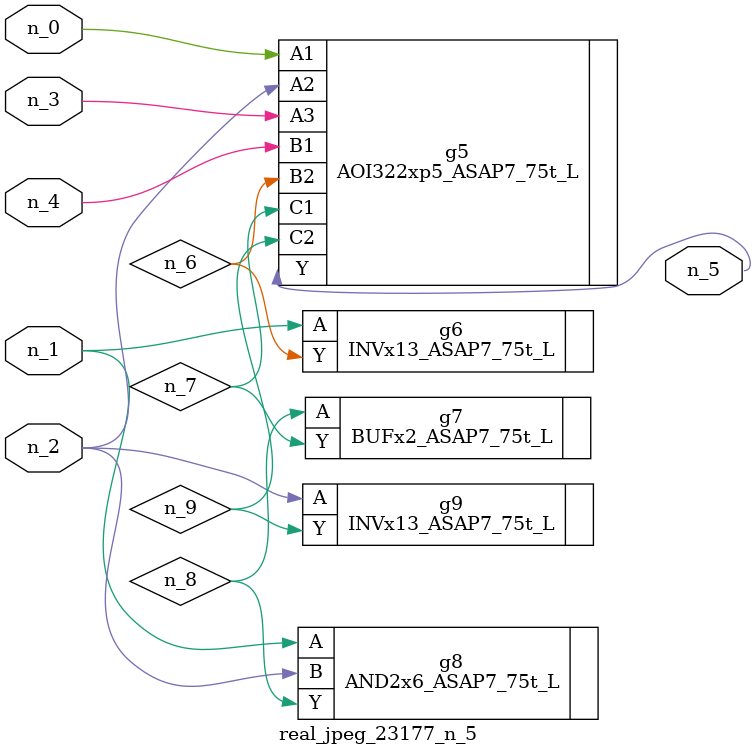
<source format=v>
module real_jpeg_23177_n_5 (n_4, n_0, n_1, n_2, n_3, n_5);

input n_4;
input n_0;
input n_1;
input n_2;
input n_3;

output n_5;

wire n_8;
wire n_6;
wire n_7;
wire n_9;

AOI322xp5_ASAP7_75t_L g5 ( 
.A1(n_0),
.A2(n_2),
.A3(n_3),
.B1(n_4),
.B2(n_6),
.C1(n_7),
.C2(n_9),
.Y(n_5)
);

INVx13_ASAP7_75t_L g6 ( 
.A(n_1),
.Y(n_6)
);

AND2x6_ASAP7_75t_L g8 ( 
.A(n_1),
.B(n_2),
.Y(n_8)
);

INVx13_ASAP7_75t_L g9 ( 
.A(n_2),
.Y(n_9)
);

BUFx2_ASAP7_75t_L g7 ( 
.A(n_8),
.Y(n_7)
);


endmodule
</source>
